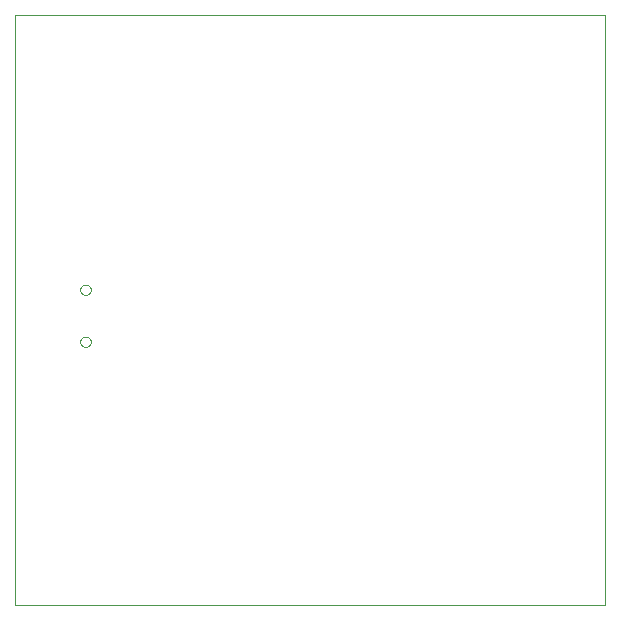
<source format=gbp>
G75*
G70*
%OFA0B0*%
%FSLAX24Y24*%
%IPPOS*%
%LPD*%
%AMOC8*
5,1,8,0,0,1.08239X$1,22.5*
%
%ADD10C,0.0000*%
D10*
X000500Y000107D02*
X000500Y019792D01*
X020185Y019792D01*
X020185Y000107D01*
X000500Y000107D01*
X002681Y008886D02*
X002683Y008912D01*
X002689Y008938D01*
X002699Y008963D01*
X002712Y008986D01*
X002728Y009006D01*
X002748Y009024D01*
X002770Y009039D01*
X002793Y009051D01*
X002819Y009059D01*
X002845Y009063D01*
X002871Y009063D01*
X002897Y009059D01*
X002923Y009051D01*
X002947Y009039D01*
X002968Y009024D01*
X002988Y009006D01*
X003004Y008986D01*
X003017Y008963D01*
X003027Y008938D01*
X003033Y008912D01*
X003035Y008886D01*
X003033Y008860D01*
X003027Y008834D01*
X003017Y008809D01*
X003004Y008786D01*
X002988Y008766D01*
X002968Y008748D01*
X002946Y008733D01*
X002923Y008721D01*
X002897Y008713D01*
X002871Y008709D01*
X002845Y008709D01*
X002819Y008713D01*
X002793Y008721D01*
X002769Y008733D01*
X002748Y008748D01*
X002728Y008766D01*
X002712Y008786D01*
X002699Y008809D01*
X002689Y008834D01*
X002683Y008860D01*
X002681Y008886D01*
X002681Y010619D02*
X002683Y010645D01*
X002689Y010671D01*
X002699Y010696D01*
X002712Y010719D01*
X002728Y010739D01*
X002748Y010757D01*
X002770Y010772D01*
X002793Y010784D01*
X002819Y010792D01*
X002845Y010796D01*
X002871Y010796D01*
X002897Y010792D01*
X002923Y010784D01*
X002947Y010772D01*
X002968Y010757D01*
X002988Y010739D01*
X003004Y010719D01*
X003017Y010696D01*
X003027Y010671D01*
X003033Y010645D01*
X003035Y010619D01*
X003033Y010593D01*
X003027Y010567D01*
X003017Y010542D01*
X003004Y010519D01*
X002988Y010499D01*
X002968Y010481D01*
X002946Y010466D01*
X002923Y010454D01*
X002897Y010446D01*
X002871Y010442D01*
X002845Y010442D01*
X002819Y010446D01*
X002793Y010454D01*
X002769Y010466D01*
X002748Y010481D01*
X002728Y010499D01*
X002712Y010519D01*
X002699Y010542D01*
X002689Y010567D01*
X002683Y010593D01*
X002681Y010619D01*
M02*

</source>
